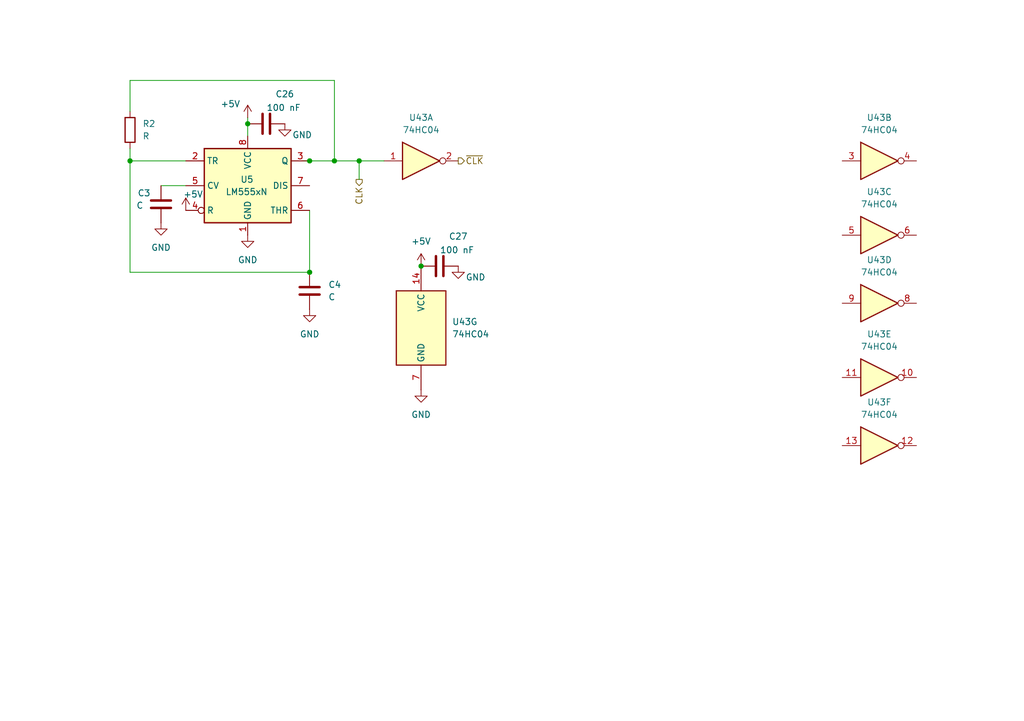
<source format=kicad_sch>
(kicad_sch (version 20250114) (generator "eeschema") (generator_version "9.0")
  (paper "A5")
  (title_block (title "Clock") (date "2025-09-16") (rev "1") (company "Sergio Miguéns Iglesias"))
  (lib_symbols
    (symbol "74xx:74HC04"
      (property "Reference" "U" (at 0 1.27 0))
      (property "Value" "74HC04" (at 0 -1.27 0))
      (symbol "74HC04_1_0"
        (polyline (pts (xy -3.81 3.81) (xy -3.81 -3.81) (xy 3.81 0) (xy -3.81 3.81)) (stroke (width 0.254)) (fill (type background)))
        (pin input line (at -7.62 0 0) (length 3.81) (name "~") (number "1"))
        (pin output inverted (at 7.62 0 180) (length 3.81) (name "~") (number "2"))
      )
      (symbol "74HC04_2_0"
        (polyline (pts (xy -3.81 3.81) (xy -3.81 -3.81) (xy 3.81 0) (xy -3.81 3.81)) (stroke (width 0.254)) (fill (type background)))
        (pin input line (at -7.62 0 0) (length 3.81) (name "~") (number "3"))
        (pin output inverted (at 7.62 0 180) (length 3.81) (name "~") (number "4"))
      )
      (symbol "74HC04_3_0"
        (polyline (pts (xy -3.81 3.81) (xy -3.81 -3.81) (xy 3.81 0) (xy -3.81 3.81)) (stroke (width 0.254)) (fill (type background)))
        (pin input line (at -7.62 0 0) (length 3.81) (name "~") (number "5"))
        (pin output inverted (at 7.62 0 180) (length 3.81) (name "~") (number "6"))
      )
      (symbol "74HC04_4_0"
        (polyline (pts (xy -3.81 3.81) (xy -3.81 -3.81) (xy 3.81 0) (xy -3.81 3.81)) (stroke (width 0.254)) (fill (type background)))
        (pin input line (at -7.62 0 0) (length 3.81) (name "~") (number "9"))
        (pin output inverted (at 7.62 0 180) (length 3.81) (name "~") (number "8"))
      )
      (symbol "74HC04_5_0"
        (polyline (pts (xy -3.81 3.81) (xy -3.81 -3.81) (xy 3.81 0) (xy -3.81 3.81)) (stroke (width 0.254)) (fill (type background)))
        (pin input line (at -7.62 0 0) (length 3.81) (name "~") (number "11"))
        (pin output inverted (at 7.62 0 180) (length 3.81) (name "~") (number "10"))
      )
      (symbol "74HC04_6_0"
        (polyline (pts (xy -3.81 3.81) (xy -3.81 -3.81) (xy 3.81 0) (xy -3.81 3.81)) (stroke (width 0.254)) (fill (type background)))
        (pin input line (at -7.62 0 0) (length 3.81) (name "~") (number "13"))
        (pin output inverted (at 7.62 0 180) (length 3.81) (name "~") (number "12"))
      )
      (symbol "74HC04_7_0"
        (pin power_in line (at 0 12.7 270) (length 5.08) (name "VCC") (number "14"))
        (pin power_in line (at 0 -12.7 90) (length 5.08) (name "GND") (number "7"))
      )
      (symbol "74HC04_7_1"
        (rectangle (start -5.08 7.62) (end 5.08 -7.62) (stroke (width 0.254)) (fill (type background)))
      )
    )
    (symbol "Device:C" (pin_numbers (hide yes)) (pin_names (offset 0.254))
      (property "Reference" "C" (at 0.635 2.54 0))
      (property "Value" "C" (at 0.635 -2.54 0))
      (symbol "C_0_1"
        (polyline (pts (xy -2.032 0.762) (xy 2.032 0.762)) (stroke (width 0.508)))
        (polyline (pts (xy -2.032 -0.762) (xy 2.032 -0.762)) (stroke (width 0.508)))
      )
      (symbol "C_1_1"
        (pin passive line (at 0 3.81 270) (length 2.794) (name "~") (number "1"))
        (pin passive line (at 0 -3.81 90) (length 2.794) (name "~") (number "2"))
      )
    )
    (symbol "Device:R" (pin_numbers (hide yes)) (pin_names (offset 0))
      (property "Reference" "R" (at 2.032 0 90))
      (property "Value" "R" (at 0 0 90))
      (symbol "R_0_1"
        (rectangle (start -1.016 -2.54) (end 1.016 2.54) (stroke (width 0.254)))
      )
      (symbol "R_1_1"
        (pin passive line (at 0 3.81 270) (length 1.27) (name "~") (number "1"))
        (pin passive line (at 0 -3.81 90) (length 1.27) (name "~") (number "2"))
      )
    )
    (symbol "Timer:LM555xN"
      (property "Reference" "U" (at -10.16 8.89 0))
      (property "Value" "LM555xN" (at 2.54 8.89 0))
      (symbol "LM555xN_0_0"
        (pin power_in line (at 0 10.16 270) (length 2.54) (name "VCC") (number "8"))
        (pin power_in line (at 0 -10.16 90) (length 2.54) (name "GND") (number "1"))
      )
      (symbol "LM555xN_0_1"
        (rectangle (start -8.89 -7.62) (end 8.89 7.62) (stroke (width 0.254)) (fill (type background)))
        (rectangle (start -8.89 -7.62) (end 8.89 7.62) (stroke (width 0.254)) (fill (type background)))
      )
      (symbol "LM555xN_1_1"
        (pin input line (at -12.7 5.08 0) (length 3.81) (name "TR") (number "2"))
        (pin input line (at -12.7 0 0) (length 3.81) (name "CV") (number "5"))
        (pin input inverted (at -12.7 -5.08 0) (length 3.81) (name "R") (number "4"))
        (pin output line (at 12.7 5.08 180) (length 3.81) (name "Q") (number "3"))
        (pin input line (at 12.7 0 180) (length 3.81) (name "DIS") (number "7"))
        (pin input line (at 12.7 -5.08 180) (length 3.81) (name "THR") (number "6"))
      )
    )
    (symbol "power:+5V" (power) (pin_numbers (hide yes)) (pin_names (offset 0) (hide yes))
      (property "Value" "+5V" (at 0 3.556 0))
      (symbol "+5V_0_1"
        (polyline (pts (xy -0.762 1.27) (xy 0 2.54)))
        (polyline (pts (xy 0 2.54) (xy 0.762 1.27)))
        (polyline (pts (xy 0 0) (xy 0 2.54)))
      )
      (symbol "+5V_1_1"
        (pin power_in line (at 0 0 90) (length 0) (name "~") (number "1"))
      )
    )
    (symbol "power:GND" (power) (pin_numbers (hide yes)) (pin_names (offset 0) (hide yes))
      (property "Value" "GND" (at 0 -3.81 0))
      (symbol "GND_0_1"
        (polyline (pts (xy 0 0) (xy 0 -1.27) (xy 1.27 -1.27) (xy 0 -2.54) (xy -1.27 -1.27) (xy 0 -1.27)))
      )
      (symbol "GND_1_1"
        (pin power_in line (at 0 0 270) (length 0) (name "~") (number "1"))
      )
    )
  )
  (junction (at 50.8 25.4))
  (junction (at 63.5 55.88))
  (junction (at 63.5 33.02))
  (junction (at 73.66 33.02))
  (junction (at 68.58 33.02))
  (junction (at 86.36 54.61))
  (junction (at 26.67 33.02))
  (wire (pts (xy 26.67 33.02) (xy 26.67 55.88)))
  (wire (pts (xy 38.1 38.1) (xy 33.02 38.1)))
  (wire (pts (xy 50.8 24.13) (xy 50.8 25.4)))
  (wire (pts (xy 26.67 30.48) (xy 26.67 33.02)))
  (wire (pts (xy 68.58 16.51) (xy 26.67 16.51)))
  (wire (pts (xy 68.58 33.02) (xy 68.58 16.51)))
  (wire (pts (xy 26.67 55.88) (xy 63.5 55.88)))
  (wire (pts (xy 26.67 33.02) (xy 38.1 33.02)))
  (wire (pts (xy 62.23 33.02) (xy 63.5 33.02)))
  (wire (pts (xy 73.66 33.02) (xy 78.74 33.02)))
  (wire (pts (xy 73.66 36.83) (xy 73.66 33.02)))
  (wire (pts (xy 26.67 16.51) (xy 26.67 22.86)))
  (wire (pts (xy 63.5 33.02) (xy 68.58 33.02)))
  (wire (pts (xy 68.58 33.02) (xy 73.66 33.02)))
  (wire (pts (xy 50.8 25.4) (xy 50.8 27.94)))
  (wire (pts (xy 63.5 55.88) (xy 63.5 43.18)))
  (hierarchical_label "CLK" (shape output) (at 73.66 36.83 270))
  (hierarchical_label "~{CLK}" (shape output) (at 93.98 33.02 0))
  (symbol (lib_id "74xx:74HC04") (at 86.36 33.02 0) (unit 1)
    (property "Reference" "U43" (at 86.36 24.13 0))
    (property "Value" "74HC04" (at 86.36 26.67 0))
    (property "Datasheet" "https://assets.nexperia.com/documents/data-sheet/74HC_HCT04.pdf" (effects (hide yes)))
    (property "Description" "Hex Inverter" (effects (hide yes)))
  )
  (symbol (lib_id "power:+5V") (at 86.36 54.61 0) (unit 1)
    (property "Reference" "#PWR0145" (effects (hide yes)))
    (property "Value" "+5V" (at 86.36 49.53 0))
    (property "Description" "Power symbol creates a global label with name \"+5V\"" (effects (hide yes)))
  )
  (symbol (lib_id "power:GND") (at 58.42 25.4 0) (unit 1)
    (property "Reference" "#PWR0164" (effects (hide yes)))
    (property "Value" "GND" (at 61.976 27.686 0))
    (property "Description" "Power symbol creates a global label with name \"GND\" , ground" (effects (hide yes)))
  )
  (symbol (lib_id "power:GND") (at 33.02 45.72 0) (unit 1)
    (property "Reference" "#PWR0140" (effects (hide yes)))
    (property "Value" "GND" (at 33.02 50.8 0))
    (property "Description" "Power symbol creates a global label with name \"GND\" , ground" (effects (hide yes)))
  )
  (symbol (lib_id "74xx:74HC04") (at 86.36 67.31 0) (unit 7)
    (property "Reference" "U43" (at 92.71 66.0399 0) (effects (justify left)))
    (property "Value" "74HC04" (at 92.71 68.5799 0) (effects (justify left)))
    (property "Datasheet" "https://assets.nexperia.com/documents/data-sheet/74HC_HCT04.pdf" (effects (hide yes)))
    (property "Description" "Hex Inverter" (effects (hide yes)))
  )
  (symbol (lib_id "74xx:74HC04") (at 180.34 33.02 0) (unit 2)
    (property "Reference" "U43" (at 180.34 24.13 0))
    (property "Value" "74HC04" (at 180.34 26.67 0))
    (property "Datasheet" "https://assets.nexperia.com/documents/data-sheet/74HC_HCT04.pdf" (effects (hide yes)))
    (property "Description" "Hex Inverter" (effects (hide yes)))
  )
  (symbol (lib_id "power:GND") (at 50.8 48.26 0) (unit 1)
    (property "Reference" "#PWR0143" (effects (hide yes)))
    (property "Value" "GND" (at 50.8 53.34 0))
    (property "Description" "Power symbol creates a global label with name \"GND\" , ground" (effects (hide yes)))
  )
  (symbol (lib_id "power:GND") (at 93.98 54.61 0) (unit 1)
    (property "Reference" "#PWR0165" (effects (hide yes)))
    (property "Value" "GND" (at 97.536 56.896 0))
    (property "Description" "Power symbol creates a global label with name \"GND\" , ground" (effects (hide yes)))
  )
  (symbol (lib_id "74xx:74HC04") (at 180.34 48.26 0) (unit 3)
    (property "Reference" "U43" (at 180.34 39.37 0))
    (property "Value" "74HC04" (at 180.34 41.91 0))
    (property "Datasheet" "https://assets.nexperia.com/documents/data-sheet/74HC_HCT04.pdf" (effects (hide yes)))
    (property "Description" "Hex Inverter" (effects (hide yes)))
  )
  (symbol (lib_id "Timer:LM555xN") (at 50.8 38.1 0) (unit 1)
    (property "Reference" "U5" (at 49.276 36.83 0) (effects (justify left)))
    (property "Value" "LM555xN" (at 46.228 39.37 0) (effects (justify left)))
    (property "Footprint" "Package_DIP:DIP-8_W7.62mm" (effects (hide yes)))
    (property "Datasheet" "http://www.ti.com/lit/ds/symlink/lm555.pdf" (effects (hide yes)))
    (property "Description" "Timer, 555 compatible, PDIP-8" (effects (hide yes)))
  )
  (symbol (lib_id "power:+5V") (at 50.8 24.13 0) (unit 1)
    (property "Reference" "#PWR0142" (effects (hide yes)))
    (property "Value" "+5V" (at 47.244 21.336 0))
    (property "Description" "Power symbol creates a global label with name \"+5V\"" (effects (hide yes)))
  )
  (symbol (lib_id "Device:C") (at 33.02 41.91 0) (unit 1)
    (property "Reference" "C3" (at 28.194 39.624 0) (effects (justify left)))
    (property "Value" "C" (at 27.94 42.164 0) (effects (justify left)))
    (property "Description" "Unpolarized capacitor" (effects (hide yes)))
  )
  (symbol (lib_id "power:GND") (at 86.36 80.01 0) (unit 1)
    (property "Reference" "#PWR0146" (effects (hide yes)))
    (property "Value" "GND" (at 86.36 85.09 0))
    (property "Description" "Power symbol creates a global label with name \"GND\" , ground" (effects (hide yes)))
  )
  (symbol (lib_id "Device:C") (at 54.61 25.4 90) (unit 1)
    (property "Reference" "C26" (at 58.42 19.304 90))
    (property "Value" "100 nF" (at 58.166 22.098 90))
    (property "Description" "Unpolarized capacitor" (effects (hide yes)))
  )
  (symbol (lib_id "power:GND") (at 63.5 63.5 0) (unit 1)
    (property "Reference" "#PWR0144" (effects (hide yes)))
    (property "Value" "GND" (at 63.5 68.58 0))
    (property "Description" "Power symbol creates a global label with name \"GND\" , ground" (effects (hide yes)))
  )
  (symbol (lib_id "74xx:74HC04") (at 180.34 77.47 0) (unit 5)
    (property "Reference" "U43" (at 180.34 68.58 0))
    (property "Value" "74HC04" (at 180.34 71.12 0))
    (property "Datasheet" "https://assets.nexperia.com/documents/data-sheet/74HC_HCT04.pdf" (effects (hide yes)))
    (property "Description" "Hex Inverter" (effects (hide yes)))
  )
  (symbol (lib_id "Device:C") (at 90.17 54.61 90) (unit 1)
    (property "Reference" "C27" (at 93.98 48.514 90))
    (property "Value" "100 nF" (at 93.726 51.308 90))
    (property "Description" "Unpolarized capacitor" (effects (hide yes)))
  )
  (symbol (lib_id "74xx:74HC04") (at 180.34 62.23 0) (unit 4)
    (property "Reference" "U43" (at 180.34 53.34 0))
    (property "Value" "74HC04" (at 180.34 55.88 0))
    (property "Datasheet" "https://assets.nexperia.com/documents/data-sheet/74HC_HCT04.pdf" (effects (hide yes)))
    (property "Description" "Hex Inverter" (effects (hide yes)))
  )
  (symbol (lib_id "74xx:74HC04") (at 180.34 91.44 0) (unit 6)
    (property "Reference" "U43" (at 180.34 82.55 0))
    (property "Value" "74HC04" (at 180.34 85.09 0))
    (property "Datasheet" "https://assets.nexperia.com/documents/data-sheet/74HC_HCT04.pdf" (effects (hide yes)))
    (property "Description" "Hex Inverter" (effects (hide yes)))
  )
  (symbol (lib_id "power:+5V") (at 38.1 43.18 0) (unit 1)
    (property "Reference" "#PWR0141" (effects (hide yes)))
    (property "Value" "+5V" (at 39.624 39.878 0))
    (property "Description" "Power symbol creates a global label with name \"+5V\"" (effects (hide yes)))
  )
  (symbol (lib_id "Device:C") (at 63.5 59.69 0) (unit 1)
    (property "Reference" "C4" (at 67.31 58.4199 0) (effects (justify left)))
    (property "Value" "C" (at 67.31 60.9599 0) (effects (justify left)))
    (property "Description" "Unpolarized capacitor" (effects (hide yes)))
  )
  (symbol (lib_id "Device:R") (at 26.67 26.67 0) (unit 1)
    (property "Reference" "R2" (at 29.21 25.3999 0) (effects (justify left)))
    (property "Value" "R" (at 29.21 27.9399 0) (effects (justify left)))
    (property "Description" "Resistor" (effects (hide yes)))
  )
)
</source>
